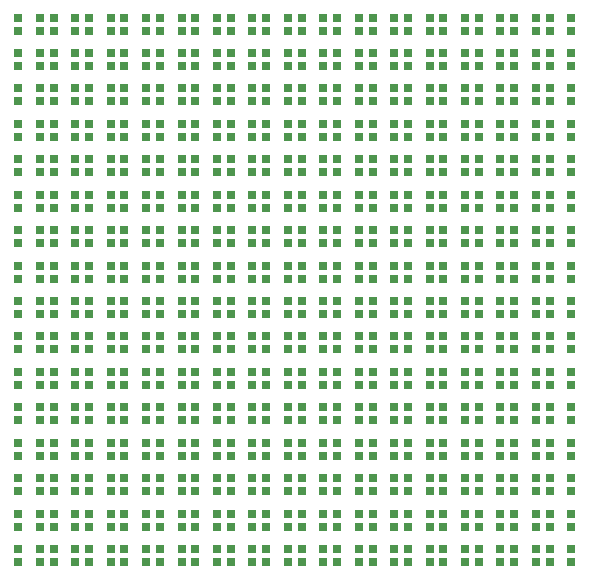
<source format=gbr>
%TF.GenerationSoftware,KiCad,Pcbnew,7.0.9*%
%TF.CreationDate,2024-04-10T17:12:19-05:00*%
%TF.ProjectId,Aniversario-PCBWAY,416e6976-6572-4736-9172-696f2d504342,rev?*%
%TF.SameCoordinates,Original*%
%TF.FileFunction,Paste,Top*%
%TF.FilePolarity,Positive*%
%FSLAX46Y46*%
G04 Gerber Fmt 4.6, Leading zero omitted, Abs format (unit mm)*
G04 Created by KiCad (PCBNEW 7.0.9) date 2024-04-10 17:12:19*
%MOMM*%
%LPD*%
G01*
G04 APERTURE LIST*
%ADD10R,0.700000X0.700000*%
G04 APERTURE END LIST*
D10*
%TO.C,D20*%
X78085000Y-53950000D03*
X78085000Y-55050000D03*
X79915000Y-55050000D03*
X79915000Y-53950000D03*
%TD*%
%TO.C,D122*%
X60085000Y-71950000D03*
X60085000Y-73050000D03*
X61915000Y-73050000D03*
X61915000Y-71950000D03*
%TD*%
%TO.C,D55*%
X69085000Y-59950000D03*
X69085000Y-61050000D03*
X70915000Y-61050000D03*
X70915000Y-59950000D03*
%TD*%
%TO.C,D141*%
X73915000Y-76050000D03*
X73915000Y-74950000D03*
X72085000Y-74950000D03*
X72085000Y-76050000D03*
%TD*%
%TO.C,D249*%
X63085000Y-95950000D03*
X63085000Y-97050000D03*
X64915000Y-97050000D03*
X64915000Y-95950000D03*
%TD*%
%TO.C,D116*%
X78085000Y-71950000D03*
X78085000Y-73050000D03*
X79915000Y-73050000D03*
X79915000Y-71950000D03*
%TD*%
%TO.C,D10*%
X64915000Y-52050000D03*
X64915000Y-50950000D03*
X63085000Y-50950000D03*
X63085000Y-52050000D03*
%TD*%
%TO.C,D194*%
X40915000Y-88050000D03*
X40915000Y-86950000D03*
X39085000Y-86950000D03*
X39085000Y-88050000D03*
%TD*%
%TO.C,D146*%
X84085000Y-77950000D03*
X84085000Y-79050000D03*
X85915000Y-79050000D03*
X85915000Y-77950000D03*
%TD*%
%TO.C,D95*%
X45085000Y-65950000D03*
X45085000Y-67050000D03*
X46915000Y-67050000D03*
X46915000Y-65950000D03*
%TD*%
%TO.C,D69*%
X49915000Y-64050000D03*
X49915000Y-62950000D03*
X48085000Y-62950000D03*
X48085000Y-64050000D03*
%TD*%
%TO.C,D232*%
X58915000Y-94050000D03*
X58915000Y-92950000D03*
X57085000Y-92950000D03*
X57085000Y-94050000D03*
%TD*%
%TO.C,D214*%
X72085000Y-89950000D03*
X72085000Y-91050000D03*
X73915000Y-91050000D03*
X73915000Y-89950000D03*
%TD*%
%TO.C,D9*%
X61915000Y-52050000D03*
X61915000Y-50950000D03*
X60085000Y-50950000D03*
X60085000Y-52050000D03*
%TD*%
%TO.C,D126*%
X48085000Y-71950000D03*
X48085000Y-73050000D03*
X49915000Y-73050000D03*
X49915000Y-71950000D03*
%TD*%
%TO.C,D183*%
X69085000Y-83950000D03*
X69085000Y-85050000D03*
X70915000Y-85050000D03*
X70915000Y-83950000D03*
%TD*%
%TO.C,D104*%
X58915000Y-70050000D03*
X58915000Y-68950000D03*
X57085000Y-68950000D03*
X57085000Y-70050000D03*
%TD*%
%TO.C,D189*%
X51085000Y-83950000D03*
X51085000Y-85050000D03*
X52915000Y-85050000D03*
X52915000Y-83950000D03*
%TD*%
%TO.C,D200*%
X58915000Y-88050000D03*
X58915000Y-86950000D03*
X57085000Y-86950000D03*
X57085000Y-88050000D03*
%TD*%
%TO.C,D113*%
X85915000Y-70050000D03*
X85915000Y-68950000D03*
X84085000Y-68950000D03*
X84085000Y-70050000D03*
%TD*%
%TO.C,D110*%
X76915000Y-70050000D03*
X76915000Y-68950000D03*
X75085000Y-68950000D03*
X75085000Y-70050000D03*
%TD*%
%TO.C,D168*%
X58915000Y-82050000D03*
X58915000Y-80950000D03*
X57085000Y-80950000D03*
X57085000Y-82050000D03*
%TD*%
%TO.C,D84*%
X78085000Y-65950000D03*
X78085000Y-67050000D03*
X79915000Y-67050000D03*
X79915000Y-65950000D03*
%TD*%
%TO.C,D36*%
X46915000Y-58050000D03*
X46915000Y-56950000D03*
X45085000Y-56950000D03*
X45085000Y-58050000D03*
%TD*%
%TO.C,D182*%
X72085000Y-83950000D03*
X72085000Y-85050000D03*
X73915000Y-85050000D03*
X73915000Y-83950000D03*
%TD*%
%TO.C,D206*%
X76915000Y-88050000D03*
X76915000Y-86950000D03*
X75085000Y-86950000D03*
X75085000Y-88050000D03*
%TD*%
%TO.C,D223*%
X45085000Y-89950000D03*
X45085000Y-91050000D03*
X46915000Y-91050000D03*
X46915000Y-89950000D03*
%TD*%
%TO.C,D218*%
X60085000Y-89950000D03*
X60085000Y-91050000D03*
X61915000Y-91050000D03*
X61915000Y-89950000D03*
%TD*%
%TO.C,D19*%
X81085000Y-53950000D03*
X81085000Y-55050000D03*
X82915000Y-55050000D03*
X82915000Y-53950000D03*
%TD*%
%TO.C,D93*%
X51085000Y-65950000D03*
X51085000Y-67050000D03*
X52915000Y-67050000D03*
X52915000Y-65950000D03*
%TD*%
%TO.C,D26*%
X60085000Y-53950000D03*
X60085000Y-55050000D03*
X61915000Y-55050000D03*
X61915000Y-53950000D03*
%TD*%
%TO.C,D34*%
X40915000Y-58050000D03*
X40915000Y-56950000D03*
X39085000Y-56950000D03*
X39085000Y-58050000D03*
%TD*%
%TO.C,D228*%
X46915000Y-94050000D03*
X46915000Y-92950000D03*
X45085000Y-92950000D03*
X45085000Y-94050000D03*
%TD*%
%TO.C,D88*%
X66085000Y-65950000D03*
X66085000Y-67050000D03*
X67915000Y-67050000D03*
X67915000Y-65950000D03*
%TD*%
%TO.C,D127*%
X45085000Y-71950000D03*
X45085000Y-73050000D03*
X46915000Y-73050000D03*
X46915000Y-71950000D03*
%TD*%
%TO.C,D193*%
X39085000Y-83950000D03*
X39085000Y-85050000D03*
X40915000Y-85050000D03*
X40915000Y-83950000D03*
%TD*%
%TO.C,D63*%
X45085000Y-59950000D03*
X45085000Y-61050000D03*
X46915000Y-61050000D03*
X46915000Y-59950000D03*
%TD*%
%TO.C,D118*%
X72085000Y-71950000D03*
X72085000Y-73050000D03*
X73915000Y-73050000D03*
X73915000Y-71950000D03*
%TD*%
%TO.C,D39*%
X55915000Y-58050000D03*
X55915000Y-56950000D03*
X54085000Y-56950000D03*
X54085000Y-58050000D03*
%TD*%
%TO.C,D173*%
X73915000Y-82050000D03*
X73915000Y-80950000D03*
X72085000Y-80950000D03*
X72085000Y-82050000D03*
%TD*%
%TO.C,D97*%
X39085000Y-65950000D03*
X39085000Y-67050000D03*
X40915000Y-67050000D03*
X40915000Y-65950000D03*
%TD*%
%TO.C,D238*%
X76915000Y-94050000D03*
X76915000Y-92950000D03*
X75085000Y-92950000D03*
X75085000Y-94050000D03*
%TD*%
%TO.C,D208*%
X82915000Y-88050000D03*
X82915000Y-86950000D03*
X81085000Y-86950000D03*
X81085000Y-88050000D03*
%TD*%
%TO.C,D99*%
X43915000Y-70050000D03*
X43915000Y-68950000D03*
X42085000Y-68950000D03*
X42085000Y-70050000D03*
%TD*%
%TO.C,D140*%
X70915000Y-76050000D03*
X70915000Y-74950000D03*
X69085000Y-74950000D03*
X69085000Y-76050000D03*
%TD*%
%TO.C,D237*%
X73915000Y-94050000D03*
X73915000Y-92950000D03*
X72085000Y-92950000D03*
X72085000Y-94050000D03*
%TD*%
%TO.C,D22*%
X72085000Y-53950000D03*
X72085000Y-55050000D03*
X73915000Y-55050000D03*
X73915000Y-53950000D03*
%TD*%
%TO.C,D14*%
X76915000Y-52050000D03*
X76915000Y-50950000D03*
X75085000Y-50950000D03*
X75085000Y-52050000D03*
%TD*%
%TO.C,D66*%
X40915000Y-64050000D03*
X40915000Y-62950000D03*
X39085000Y-62950000D03*
X39085000Y-64050000D03*
%TD*%
%TO.C,D248*%
X66085000Y-95950000D03*
X66085000Y-97050000D03*
X67915000Y-97050000D03*
X67915000Y-95950000D03*
%TD*%
%TO.C,D103*%
X55915000Y-70050000D03*
X55915000Y-68950000D03*
X54085000Y-68950000D03*
X54085000Y-70050000D03*
%TD*%
%TO.C,D158*%
X48085000Y-77950000D03*
X48085000Y-79050000D03*
X49915000Y-79050000D03*
X49915000Y-77950000D03*
%TD*%
%TO.C,D230*%
X52915000Y-94050000D03*
X52915000Y-92950000D03*
X51085000Y-92950000D03*
X51085000Y-94050000D03*
%TD*%
%TO.C,D96*%
X42085000Y-65950000D03*
X42085000Y-67050000D03*
X43915000Y-67050000D03*
X43915000Y-65950000D03*
%TD*%
%TO.C,D138*%
X64915000Y-76050000D03*
X64915000Y-74950000D03*
X63085000Y-74950000D03*
X63085000Y-76050000D03*
%TD*%
%TO.C,D44*%
X70915000Y-58050000D03*
X70915000Y-56950000D03*
X69085000Y-56950000D03*
X69085000Y-58050000D03*
%TD*%
%TO.C,D251*%
X57085000Y-95950000D03*
X57085000Y-97050000D03*
X58915000Y-97050000D03*
X58915000Y-95950000D03*
%TD*%
%TO.C,D142*%
X76915000Y-76050000D03*
X76915000Y-74950000D03*
X75085000Y-74950000D03*
X75085000Y-76050000D03*
%TD*%
%TO.C,D257*%
X39085000Y-95950000D03*
X39085000Y-97050000D03*
X40915000Y-97050000D03*
X40915000Y-95950000D03*
%TD*%
%TO.C,D145*%
X85915000Y-76050000D03*
X85915000Y-74950000D03*
X84085000Y-74950000D03*
X84085000Y-76050000D03*
%TD*%
%TO.C,D137*%
X61915000Y-76050000D03*
X61915000Y-74950000D03*
X60085000Y-74950000D03*
X60085000Y-76050000D03*
%TD*%
%TO.C,D192*%
X42085000Y-83950000D03*
X42085000Y-85050000D03*
X43915000Y-85050000D03*
X43915000Y-83950000D03*
%TD*%
%TO.C,D8*%
X58915000Y-52050000D03*
X58915000Y-50950000D03*
X57085000Y-50950000D03*
X57085000Y-52050000D03*
%TD*%
%TO.C,D37*%
X49915000Y-58050000D03*
X49915000Y-56950000D03*
X48085000Y-56950000D03*
X48085000Y-58050000D03*
%TD*%
%TO.C,D87*%
X69085000Y-65950000D03*
X69085000Y-67050000D03*
X70915000Y-67050000D03*
X70915000Y-65950000D03*
%TD*%
%TO.C,D225*%
X39085000Y-89950000D03*
X39085000Y-91050000D03*
X40915000Y-91050000D03*
X40915000Y-89950000D03*
%TD*%
%TO.C,D80*%
X82915000Y-64050000D03*
X82915000Y-62950000D03*
X81085000Y-62950000D03*
X81085000Y-64050000D03*
%TD*%
%TO.C,D106*%
X64915000Y-70050000D03*
X64915000Y-68950000D03*
X63085000Y-68950000D03*
X63085000Y-70050000D03*
%TD*%
%TO.C,D152*%
X66085000Y-77950000D03*
X66085000Y-79050000D03*
X67915000Y-79050000D03*
X67915000Y-77950000D03*
%TD*%
%TO.C,D17*%
X85915000Y-52050000D03*
X85915000Y-50950000D03*
X84085000Y-50950000D03*
X84085000Y-52050000D03*
%TD*%
%TO.C,D163*%
X43915000Y-82050000D03*
X43915000Y-80950000D03*
X42085000Y-80950000D03*
X42085000Y-82050000D03*
%TD*%
%TO.C,D111*%
X79915000Y-70050000D03*
X79915000Y-68950000D03*
X78085000Y-68950000D03*
X78085000Y-70050000D03*
%TD*%
%TO.C,D27*%
X57085000Y-53950000D03*
X57085000Y-55050000D03*
X58915000Y-55050000D03*
X58915000Y-53950000D03*
%TD*%
%TO.C,D169*%
X61915000Y-82050000D03*
X61915000Y-80950000D03*
X60085000Y-80950000D03*
X60085000Y-82050000D03*
%TD*%
%TO.C,D190*%
X48085000Y-83950000D03*
X48085000Y-85050000D03*
X49915000Y-85050000D03*
X49915000Y-83950000D03*
%TD*%
%TO.C,D219*%
X57085000Y-89950000D03*
X57085000Y-91050000D03*
X58915000Y-91050000D03*
X58915000Y-89950000D03*
%TD*%
%TO.C,D165*%
X49915000Y-82050000D03*
X49915000Y-80950000D03*
X48085000Y-80950000D03*
X48085000Y-82050000D03*
%TD*%
%TO.C,D178*%
X84085000Y-83950000D03*
X84085000Y-85050000D03*
X85915000Y-85050000D03*
X85915000Y-83950000D03*
%TD*%
%TO.C,D78*%
X76915000Y-64050000D03*
X76915000Y-62950000D03*
X75085000Y-62950000D03*
X75085000Y-64050000D03*
%TD*%
%TO.C,D129*%
X39085000Y-71950000D03*
X39085000Y-73050000D03*
X40915000Y-73050000D03*
X40915000Y-71950000D03*
%TD*%
%TO.C,D245*%
X75085000Y-95950000D03*
X75085000Y-97050000D03*
X76915000Y-97050000D03*
X76915000Y-95950000D03*
%TD*%
%TO.C,D58*%
X60085000Y-59950000D03*
X60085000Y-61050000D03*
X61915000Y-61050000D03*
X61915000Y-59950000D03*
%TD*%
%TO.C,D89*%
X63085000Y-65950000D03*
X63085000Y-67050000D03*
X64915000Y-67050000D03*
X64915000Y-65950000D03*
%TD*%
%TO.C,D2*%
X40915000Y-52050000D03*
X40915000Y-50950000D03*
X39085000Y-50950000D03*
X39085000Y-52050000D03*
%TD*%
%TO.C,D155*%
X57085000Y-77950000D03*
X57085000Y-79050000D03*
X58915000Y-79050000D03*
X58915000Y-77950000D03*
%TD*%
%TO.C,D121*%
X63085000Y-71950000D03*
X63085000Y-73050000D03*
X64915000Y-73050000D03*
X64915000Y-71950000D03*
%TD*%
%TO.C,D170*%
X64915000Y-82050000D03*
X64915000Y-80950000D03*
X63085000Y-80950000D03*
X63085000Y-82050000D03*
%TD*%
%TO.C,D176*%
X82915000Y-82050000D03*
X82915000Y-80950000D03*
X81085000Y-80950000D03*
X81085000Y-82050000D03*
%TD*%
%TO.C,D101*%
X49915000Y-70050000D03*
X49915000Y-68950000D03*
X48085000Y-68950000D03*
X48085000Y-70050000D03*
%TD*%
%TO.C,D25*%
X63085000Y-53950000D03*
X63085000Y-55050000D03*
X64915000Y-55050000D03*
X64915000Y-53950000D03*
%TD*%
%TO.C,D222*%
X48085000Y-89950000D03*
X48085000Y-91050000D03*
X49915000Y-91050000D03*
X49915000Y-89950000D03*
%TD*%
%TO.C,D156*%
X54085000Y-77950000D03*
X54085000Y-79050000D03*
X55915000Y-79050000D03*
X55915000Y-77950000D03*
%TD*%
%TO.C,D11*%
X67915000Y-52050000D03*
X67915000Y-50950000D03*
X66085000Y-50950000D03*
X66085000Y-52050000D03*
%TD*%
%TO.C,D186*%
X60085000Y-83950000D03*
X60085000Y-85050000D03*
X61915000Y-85050000D03*
X61915000Y-83950000D03*
%TD*%
%TO.C,D224*%
X42085000Y-89950000D03*
X42085000Y-91050000D03*
X43915000Y-91050000D03*
X43915000Y-89950000D03*
%TD*%
%TO.C,D74*%
X64915000Y-64050000D03*
X64915000Y-62950000D03*
X63085000Y-62950000D03*
X63085000Y-64050000D03*
%TD*%
%TO.C,D35*%
X43915000Y-58050000D03*
X43915000Y-56950000D03*
X42085000Y-56950000D03*
X42085000Y-58050000D03*
%TD*%
%TO.C,D212*%
X78085000Y-89950000D03*
X78085000Y-91050000D03*
X79915000Y-91050000D03*
X79915000Y-89950000D03*
%TD*%
%TO.C,D233*%
X61915000Y-94050000D03*
X61915000Y-92950000D03*
X60085000Y-92950000D03*
X60085000Y-94050000D03*
%TD*%
%TO.C,D191*%
X45085000Y-83950000D03*
X45085000Y-85050000D03*
X46915000Y-85050000D03*
X46915000Y-83950000D03*
%TD*%
%TO.C,D100*%
X46915000Y-70050000D03*
X46915000Y-68950000D03*
X45085000Y-68950000D03*
X45085000Y-70050000D03*
%TD*%
%TO.C,D181*%
X75085000Y-83950000D03*
X75085000Y-85050000D03*
X76915000Y-85050000D03*
X76915000Y-83950000D03*
%TD*%
%TO.C,D91*%
X57085000Y-65950000D03*
X57085000Y-67050000D03*
X58915000Y-67050000D03*
X58915000Y-65950000D03*
%TD*%
%TO.C,D204*%
X70915000Y-88050000D03*
X70915000Y-86950000D03*
X69085000Y-86950000D03*
X69085000Y-88050000D03*
%TD*%
%TO.C,D159*%
X45085000Y-77950000D03*
X45085000Y-79050000D03*
X46915000Y-79050000D03*
X46915000Y-77950000D03*
%TD*%
%TO.C,D109*%
X73915000Y-70050000D03*
X73915000Y-68950000D03*
X72085000Y-68950000D03*
X72085000Y-70050000D03*
%TD*%
%TO.C,D195*%
X43915000Y-88050000D03*
X43915000Y-86950000D03*
X42085000Y-86950000D03*
X42085000Y-88050000D03*
%TD*%
%TO.C,D43*%
X67915000Y-58050000D03*
X67915000Y-56950000D03*
X66085000Y-56950000D03*
X66085000Y-58050000D03*
%TD*%
%TO.C,D234*%
X64915000Y-94050000D03*
X64915000Y-92950000D03*
X63085000Y-92950000D03*
X63085000Y-94050000D03*
%TD*%
%TO.C,D161*%
X39085000Y-77950000D03*
X39085000Y-79050000D03*
X40915000Y-79050000D03*
X40915000Y-77950000D03*
%TD*%
%TO.C,D207*%
X79915000Y-88050000D03*
X79915000Y-86950000D03*
X78085000Y-86950000D03*
X78085000Y-88050000D03*
%TD*%
%TO.C,D247*%
X69085000Y-95950000D03*
X69085000Y-97050000D03*
X70915000Y-97050000D03*
X70915000Y-95950000D03*
%TD*%
%TO.C,D115*%
X81085000Y-71950000D03*
X81085000Y-73050000D03*
X82915000Y-73050000D03*
X82915000Y-71950000D03*
%TD*%
%TO.C,D60*%
X54085000Y-59950000D03*
X54085000Y-61050000D03*
X55915000Y-61050000D03*
X55915000Y-59950000D03*
%TD*%
%TO.C,D184*%
X66085000Y-83950000D03*
X66085000Y-85050000D03*
X67915000Y-85050000D03*
X67915000Y-83950000D03*
%TD*%
%TO.C,D143*%
X79915000Y-76050000D03*
X79915000Y-74950000D03*
X78085000Y-74950000D03*
X78085000Y-76050000D03*
%TD*%
%TO.C,D133*%
X49915000Y-76050000D03*
X49915000Y-74950000D03*
X48085000Y-74950000D03*
X48085000Y-76050000D03*
%TD*%
%TO.C,D125*%
X51085000Y-71950000D03*
X51085000Y-73050000D03*
X52915000Y-73050000D03*
X52915000Y-71950000D03*
%TD*%
%TO.C,D107*%
X67915000Y-70050000D03*
X67915000Y-68950000D03*
X66085000Y-68950000D03*
X66085000Y-70050000D03*
%TD*%
%TO.C,D51*%
X81085000Y-59950000D03*
X81085000Y-61050000D03*
X82915000Y-61050000D03*
X82915000Y-59950000D03*
%TD*%
%TO.C,D213*%
X75085000Y-89950000D03*
X75085000Y-91050000D03*
X76915000Y-91050000D03*
X76915000Y-89950000D03*
%TD*%
%TO.C,D240*%
X82915000Y-94050000D03*
X82915000Y-92950000D03*
X81085000Y-92950000D03*
X81085000Y-94050000D03*
%TD*%
%TO.C,D239*%
X79915000Y-94050000D03*
X79915000Y-92950000D03*
X78085000Y-92950000D03*
X78085000Y-94050000D03*
%TD*%
%TO.C,D215*%
X69085000Y-89950000D03*
X69085000Y-91050000D03*
X70915000Y-91050000D03*
X70915000Y-89950000D03*
%TD*%
%TO.C,D220*%
X54085000Y-89950000D03*
X54085000Y-91050000D03*
X55915000Y-91050000D03*
X55915000Y-89950000D03*
%TD*%
%TO.C,D164*%
X46915000Y-82050000D03*
X46915000Y-80950000D03*
X45085000Y-80950000D03*
X45085000Y-82050000D03*
%TD*%
%TO.C,D216*%
X66085000Y-89950000D03*
X66085000Y-91050000D03*
X67915000Y-91050000D03*
X67915000Y-89950000D03*
%TD*%
%TO.C,D205*%
X73915000Y-88050000D03*
X73915000Y-86950000D03*
X72085000Y-86950000D03*
X72085000Y-88050000D03*
%TD*%
%TO.C,D83*%
X81085000Y-65950000D03*
X81085000Y-67050000D03*
X82915000Y-67050000D03*
X82915000Y-65950000D03*
%TD*%
%TO.C,D250*%
X60085000Y-95950000D03*
X60085000Y-97050000D03*
X61915000Y-97050000D03*
X61915000Y-95950000D03*
%TD*%
%TO.C,D256*%
X42085000Y-95950000D03*
X42085000Y-97050000D03*
X43915000Y-97050000D03*
X43915000Y-95950000D03*
%TD*%
%TO.C,D179*%
X81085000Y-83950000D03*
X81085000Y-85050000D03*
X82915000Y-85050000D03*
X82915000Y-83950000D03*
%TD*%
%TO.C,D139*%
X67915000Y-76050000D03*
X67915000Y-74950000D03*
X66085000Y-74950000D03*
X66085000Y-76050000D03*
%TD*%
%TO.C,D86*%
X72085000Y-65950000D03*
X72085000Y-67050000D03*
X73915000Y-67050000D03*
X73915000Y-65950000D03*
%TD*%
%TO.C,D244*%
X78085000Y-95950000D03*
X78085000Y-97050000D03*
X79915000Y-97050000D03*
X79915000Y-95950000D03*
%TD*%
%TO.C,D13*%
X73915000Y-52050000D03*
X73915000Y-50950000D03*
X72085000Y-50950000D03*
X72085000Y-52050000D03*
%TD*%
%TO.C,D253*%
X51085000Y-95950000D03*
X51085000Y-97050000D03*
X52915000Y-97050000D03*
X52915000Y-95950000D03*
%TD*%
%TO.C,D108*%
X70915000Y-70050000D03*
X70915000Y-68950000D03*
X69085000Y-68950000D03*
X69085000Y-70050000D03*
%TD*%
%TO.C,D217*%
X63085000Y-89950000D03*
X63085000Y-91050000D03*
X64915000Y-91050000D03*
X64915000Y-89950000D03*
%TD*%
%TO.C,D75*%
X67915000Y-64050000D03*
X67915000Y-62950000D03*
X66085000Y-62950000D03*
X66085000Y-64050000D03*
%TD*%
%TO.C,D231*%
X55915000Y-94050000D03*
X55915000Y-92950000D03*
X54085000Y-92950000D03*
X54085000Y-94050000D03*
%TD*%
%TO.C,D90*%
X60085000Y-65950000D03*
X60085000Y-67050000D03*
X61915000Y-67050000D03*
X61915000Y-65950000D03*
%TD*%
%TO.C,D150*%
X72085000Y-77950000D03*
X72085000Y-79050000D03*
X73915000Y-79050000D03*
X73915000Y-77950000D03*
%TD*%
%TO.C,D123*%
X57085000Y-71950000D03*
X57085000Y-73050000D03*
X58915000Y-73050000D03*
X58915000Y-71950000D03*
%TD*%
%TO.C,D42*%
X64915000Y-58050000D03*
X64915000Y-56950000D03*
X63085000Y-56950000D03*
X63085000Y-58050000D03*
%TD*%
%TO.C,D24*%
X66085000Y-53950000D03*
X66085000Y-55050000D03*
X67915000Y-55050000D03*
X67915000Y-53950000D03*
%TD*%
%TO.C,D49*%
X85915000Y-58050000D03*
X85915000Y-56950000D03*
X84085000Y-56950000D03*
X84085000Y-58050000D03*
%TD*%
%TO.C,D64*%
X42085000Y-59950000D03*
X42085000Y-61050000D03*
X43915000Y-61050000D03*
X43915000Y-59950000D03*
%TD*%
%TO.C,D31*%
X45085000Y-53950000D03*
X45085000Y-55050000D03*
X46915000Y-55050000D03*
X46915000Y-53950000D03*
%TD*%
%TO.C,D73*%
X61915000Y-64050000D03*
X61915000Y-62950000D03*
X60085000Y-62950000D03*
X60085000Y-64050000D03*
%TD*%
%TO.C,D153*%
X63085000Y-77950000D03*
X63085000Y-79050000D03*
X64915000Y-79050000D03*
X64915000Y-77950000D03*
%TD*%
%TO.C,D210*%
X84085000Y-89950000D03*
X84085000Y-91050000D03*
X85915000Y-91050000D03*
X85915000Y-89950000D03*
%TD*%
%TO.C,D209*%
X85915000Y-88050000D03*
X85915000Y-86950000D03*
X84085000Y-86950000D03*
X84085000Y-88050000D03*
%TD*%
%TO.C,D77*%
X73915000Y-64050000D03*
X73915000Y-62950000D03*
X72085000Y-62950000D03*
X72085000Y-64050000D03*
%TD*%
%TO.C,D221*%
X51085000Y-89950000D03*
X51085000Y-91050000D03*
X52915000Y-91050000D03*
X52915000Y-89950000D03*
%TD*%
%TO.C,D197*%
X49915000Y-88050000D03*
X49915000Y-86950000D03*
X48085000Y-86950000D03*
X48085000Y-88050000D03*
%TD*%
%TO.C,D45*%
X73915000Y-58050000D03*
X73915000Y-56950000D03*
X72085000Y-56950000D03*
X72085000Y-58050000D03*
%TD*%
%TO.C,D180*%
X78085000Y-83950000D03*
X78085000Y-85050000D03*
X79915000Y-85050000D03*
X79915000Y-83950000D03*
%TD*%
%TO.C,D38*%
X52915000Y-58050000D03*
X52915000Y-56950000D03*
X51085000Y-56950000D03*
X51085000Y-58050000D03*
%TD*%
%TO.C,D112*%
X82915000Y-70050000D03*
X82915000Y-68950000D03*
X81085000Y-68950000D03*
X81085000Y-70050000D03*
%TD*%
%TO.C,D94*%
X48085000Y-65950000D03*
X48085000Y-67050000D03*
X49915000Y-67050000D03*
X49915000Y-65950000D03*
%TD*%
%TO.C,D160*%
X42085000Y-77950000D03*
X42085000Y-79050000D03*
X43915000Y-79050000D03*
X43915000Y-77950000D03*
%TD*%
%TO.C,D7*%
X55915000Y-52050000D03*
X55915000Y-50950000D03*
X54085000Y-50950000D03*
X54085000Y-52050000D03*
%TD*%
%TO.C,D175*%
X79915000Y-82050000D03*
X79915000Y-80950000D03*
X78085000Y-80950000D03*
X78085000Y-82050000D03*
%TD*%
%TO.C,D185*%
X63085000Y-83950000D03*
X63085000Y-85050000D03*
X64915000Y-85050000D03*
X64915000Y-83950000D03*
%TD*%
%TO.C,D23*%
X69085000Y-53950000D03*
X69085000Y-55050000D03*
X70915000Y-55050000D03*
X70915000Y-53950000D03*
%TD*%
%TO.C,D241*%
X85915000Y-94050000D03*
X85915000Y-92950000D03*
X84085000Y-92950000D03*
X84085000Y-94050000D03*
%TD*%
%TO.C,D40*%
X58915000Y-58050000D03*
X58915000Y-56950000D03*
X57085000Y-56950000D03*
X57085000Y-58050000D03*
%TD*%
%TO.C,D61*%
X51085000Y-59950000D03*
X51085000Y-61050000D03*
X52915000Y-61050000D03*
X52915000Y-59950000D03*
%TD*%
%TO.C,D72*%
X58915000Y-64050000D03*
X58915000Y-62950000D03*
X57085000Y-62950000D03*
X57085000Y-64050000D03*
%TD*%
%TO.C,D67*%
X43915000Y-64050000D03*
X43915000Y-62950000D03*
X42085000Y-62950000D03*
X42085000Y-64050000D03*
%TD*%
%TO.C,D62*%
X48085000Y-59950000D03*
X48085000Y-61050000D03*
X49915000Y-61050000D03*
X49915000Y-59950000D03*
%TD*%
%TO.C,D201*%
X61915000Y-88050000D03*
X61915000Y-86950000D03*
X60085000Y-86950000D03*
X60085000Y-88050000D03*
%TD*%
%TO.C,D188*%
X54085000Y-83950000D03*
X54085000Y-85050000D03*
X55915000Y-85050000D03*
X55915000Y-83950000D03*
%TD*%
%TO.C,D33*%
X39085000Y-53950000D03*
X39085000Y-55050000D03*
X40915000Y-55050000D03*
X40915000Y-53950000D03*
%TD*%
%TO.C,D167*%
X55915000Y-82050000D03*
X55915000Y-80950000D03*
X54085000Y-80950000D03*
X54085000Y-82050000D03*
%TD*%
%TO.C,D131*%
X43915000Y-76050000D03*
X43915000Y-74950000D03*
X42085000Y-74950000D03*
X42085000Y-76050000D03*
%TD*%
%TO.C,D79*%
X79915000Y-64050000D03*
X79915000Y-62950000D03*
X78085000Y-62950000D03*
X78085000Y-64050000D03*
%TD*%
%TO.C,D254*%
X48085000Y-95950000D03*
X48085000Y-97050000D03*
X49915000Y-97050000D03*
X49915000Y-95950000D03*
%TD*%
%TO.C,D242*%
X84085000Y-95950000D03*
X84085000Y-97050000D03*
X85915000Y-97050000D03*
X85915000Y-95950000D03*
%TD*%
%TO.C,D243*%
X81085000Y-95950000D03*
X81085000Y-97050000D03*
X82915000Y-97050000D03*
X82915000Y-95950000D03*
%TD*%
%TO.C,D149*%
X75085000Y-77950000D03*
X75085000Y-79050000D03*
X76915000Y-79050000D03*
X76915000Y-77950000D03*
%TD*%
%TO.C,D203*%
X67915000Y-88050000D03*
X67915000Y-86950000D03*
X66085000Y-86950000D03*
X66085000Y-88050000D03*
%TD*%
%TO.C,D148*%
X78085000Y-77950000D03*
X78085000Y-79050000D03*
X79915000Y-79050000D03*
X79915000Y-77950000D03*
%TD*%
%TO.C,D252*%
X54085000Y-95950000D03*
X54085000Y-97050000D03*
X55915000Y-97050000D03*
X55915000Y-95950000D03*
%TD*%
%TO.C,D196*%
X46915000Y-88050000D03*
X46915000Y-86950000D03*
X45085000Y-86950000D03*
X45085000Y-88050000D03*
%TD*%
%TO.C,D52*%
X78085000Y-59950000D03*
X78085000Y-61050000D03*
X79915000Y-61050000D03*
X79915000Y-59950000D03*
%TD*%
%TO.C,D255*%
X45085000Y-95950000D03*
X45085000Y-97050000D03*
X46915000Y-97050000D03*
X46915000Y-95950000D03*
%TD*%
%TO.C,D187*%
X57085000Y-83950000D03*
X57085000Y-85050000D03*
X58915000Y-85050000D03*
X58915000Y-83950000D03*
%TD*%
%TO.C,D229*%
X49915000Y-94050000D03*
X49915000Y-92950000D03*
X48085000Y-92950000D03*
X48085000Y-94050000D03*
%TD*%
%TO.C,D157*%
X51085000Y-77950000D03*
X51085000Y-79050000D03*
X52915000Y-79050000D03*
X52915000Y-77950000D03*
%TD*%
%TO.C,D50*%
X84085000Y-59950000D03*
X84085000Y-61050000D03*
X85915000Y-61050000D03*
X85915000Y-59950000D03*
%TD*%
%TO.C,D46*%
X76915000Y-58050000D03*
X76915000Y-56950000D03*
X75085000Y-56950000D03*
X75085000Y-58050000D03*
%TD*%
%TO.C,D54*%
X72085000Y-59950000D03*
X72085000Y-61050000D03*
X73915000Y-61050000D03*
X73915000Y-59950000D03*
%TD*%
%TO.C,D15*%
X79915000Y-52050000D03*
X79915000Y-50950000D03*
X78085000Y-50950000D03*
X78085000Y-52050000D03*
%TD*%
%TO.C,D41*%
X61915000Y-58050000D03*
X61915000Y-56950000D03*
X60085000Y-56950000D03*
X60085000Y-58050000D03*
%TD*%
%TO.C,D199*%
X55915000Y-88050000D03*
X55915000Y-86950000D03*
X54085000Y-86950000D03*
X54085000Y-88050000D03*
%TD*%
%TO.C,D128*%
X42085000Y-71950000D03*
X42085000Y-73050000D03*
X43915000Y-73050000D03*
X43915000Y-71950000D03*
%TD*%
%TO.C,D32*%
X42085000Y-53950000D03*
X42085000Y-55050000D03*
X43915000Y-55050000D03*
X43915000Y-53950000D03*
%TD*%
%TO.C,D47*%
X79915000Y-58050000D03*
X79915000Y-56950000D03*
X78085000Y-56950000D03*
X78085000Y-58050000D03*
%TD*%
%TO.C,D29*%
X51085000Y-53950000D03*
X51085000Y-55050000D03*
X52915000Y-55050000D03*
X52915000Y-53950000D03*
%TD*%
%TO.C,D154*%
X60085000Y-77950000D03*
X60085000Y-79050000D03*
X61915000Y-79050000D03*
X61915000Y-77950000D03*
%TD*%
%TO.C,D102*%
X52915000Y-70050000D03*
X52915000Y-68950000D03*
X51085000Y-68950000D03*
X51085000Y-70050000D03*
%TD*%
%TO.C,D30*%
X48085000Y-53950000D03*
X48085000Y-55050000D03*
X49915000Y-55050000D03*
X49915000Y-53950000D03*
%TD*%
%TO.C,D12*%
X70915000Y-52050000D03*
X70915000Y-50950000D03*
X69085000Y-50950000D03*
X69085000Y-52050000D03*
%TD*%
%TO.C,D177*%
X85915000Y-82050000D03*
X85915000Y-80950000D03*
X84085000Y-80950000D03*
X84085000Y-82050000D03*
%TD*%
%TO.C,D235*%
X67915000Y-94050000D03*
X67915000Y-92950000D03*
X66085000Y-92950000D03*
X66085000Y-94050000D03*
%TD*%
%TO.C,D57*%
X63085000Y-59950000D03*
X63085000Y-61050000D03*
X64915000Y-61050000D03*
X64915000Y-59950000D03*
%TD*%
%TO.C,D48*%
X82915000Y-58050000D03*
X82915000Y-56950000D03*
X81085000Y-56950000D03*
X81085000Y-58050000D03*
%TD*%
%TO.C,D174*%
X76915000Y-82050000D03*
X76915000Y-80950000D03*
X75085000Y-80950000D03*
X75085000Y-82050000D03*
%TD*%
%TO.C,D68*%
X46915000Y-64050000D03*
X46915000Y-62950000D03*
X45085000Y-62950000D03*
X45085000Y-64050000D03*
%TD*%
%TO.C,D134*%
X52915000Y-76050000D03*
X52915000Y-74950000D03*
X51085000Y-74950000D03*
X51085000Y-76050000D03*
%TD*%
%TO.C,D98*%
X40915000Y-70050000D03*
X40915000Y-68950000D03*
X39085000Y-68950000D03*
X39085000Y-70050000D03*
%TD*%
%TO.C,D226*%
X40915000Y-94050000D03*
X40915000Y-92950000D03*
X39085000Y-92950000D03*
X39085000Y-94050000D03*
%TD*%
%TO.C,D227*%
X43915000Y-94050000D03*
X43915000Y-92950000D03*
X42085000Y-92950000D03*
X42085000Y-94050000D03*
%TD*%
%TO.C,D135*%
X55915000Y-76050000D03*
X55915000Y-74950000D03*
X54085000Y-74950000D03*
X54085000Y-76050000D03*
%TD*%
%TO.C,D4*%
X46915000Y-52050000D03*
X46915000Y-50950000D03*
X45085000Y-50950000D03*
X45085000Y-52050000D03*
%TD*%
%TO.C,D16*%
X82915000Y-52050000D03*
X82915000Y-50950000D03*
X81085000Y-50950000D03*
X81085000Y-52050000D03*
%TD*%
%TO.C,D53*%
X75085000Y-59950000D03*
X75085000Y-61050000D03*
X76915000Y-61050000D03*
X76915000Y-59950000D03*
%TD*%
%TO.C,D92*%
X54085000Y-65950000D03*
X54085000Y-67050000D03*
X55915000Y-67050000D03*
X55915000Y-65950000D03*
%TD*%
%TO.C,D21*%
X75085000Y-53950000D03*
X75085000Y-55050000D03*
X76915000Y-55050000D03*
X76915000Y-53950000D03*
%TD*%
%TO.C,D71*%
X55915000Y-64050000D03*
X55915000Y-62950000D03*
X54085000Y-62950000D03*
X54085000Y-64050000D03*
%TD*%
%TO.C,D236*%
X70915000Y-94050000D03*
X70915000Y-92950000D03*
X69085000Y-92950000D03*
X69085000Y-94050000D03*
%TD*%
%TO.C,D6*%
X52915000Y-52050000D03*
X52915000Y-50950000D03*
X51085000Y-50950000D03*
X51085000Y-52050000D03*
%TD*%
%TO.C,D166*%
X52915000Y-82050000D03*
X52915000Y-80950000D03*
X51085000Y-80950000D03*
X51085000Y-82050000D03*
%TD*%
%TO.C,D59*%
X57085000Y-59950000D03*
X57085000Y-61050000D03*
X58915000Y-61050000D03*
X58915000Y-59950000D03*
%TD*%
%TO.C,D85*%
X75085000Y-65950000D03*
X75085000Y-67050000D03*
X76915000Y-67050000D03*
X76915000Y-65950000D03*
%TD*%
%TO.C,D172*%
X70915000Y-82050000D03*
X70915000Y-80950000D03*
X69085000Y-80950000D03*
X69085000Y-82050000D03*
%TD*%
%TO.C,D105*%
X61915000Y-70050000D03*
X61915000Y-68950000D03*
X60085000Y-68950000D03*
X60085000Y-70050000D03*
%TD*%
%TO.C,D136*%
X58915000Y-76050000D03*
X58915000Y-74950000D03*
X57085000Y-74950000D03*
X57085000Y-76050000D03*
%TD*%
%TO.C,D124*%
X54085000Y-71950000D03*
X54085000Y-73050000D03*
X55915000Y-73050000D03*
X55915000Y-71950000D03*
%TD*%
%TO.C,D147*%
X81085000Y-77950000D03*
X81085000Y-79050000D03*
X82915000Y-79050000D03*
X82915000Y-77950000D03*
%TD*%
%TO.C,D198*%
X52915000Y-88050000D03*
X52915000Y-86950000D03*
X51085000Y-86950000D03*
X51085000Y-88050000D03*
%TD*%
%TO.C,D117*%
X75085000Y-71950000D03*
X75085000Y-73050000D03*
X76915000Y-73050000D03*
X76915000Y-71950000D03*
%TD*%
%TO.C,D132*%
X46915000Y-76050000D03*
X46915000Y-74950000D03*
X45085000Y-74950000D03*
X45085000Y-76050000D03*
%TD*%
%TO.C,D3*%
X43915000Y-52050000D03*
X43915000Y-50950000D03*
X42085000Y-50950000D03*
X42085000Y-52050000D03*
%TD*%
%TO.C,D70*%
X52915000Y-64050000D03*
X52915000Y-62950000D03*
X51085000Y-62950000D03*
X51085000Y-64050000D03*
%TD*%
%TO.C,D114*%
X84085000Y-71950000D03*
X84085000Y-73050000D03*
X85915000Y-73050000D03*
X85915000Y-71950000D03*
%TD*%
%TO.C,D130*%
X40915000Y-76050000D03*
X40915000Y-74950000D03*
X39085000Y-74950000D03*
X39085000Y-76050000D03*
%TD*%
%TO.C,D246*%
X72085000Y-95950000D03*
X72085000Y-97050000D03*
X73915000Y-97050000D03*
X73915000Y-95950000D03*
%TD*%
%TO.C,D202*%
X64915000Y-88050000D03*
X64915000Y-86950000D03*
X63085000Y-86950000D03*
X63085000Y-88050000D03*
%TD*%
%TO.C,D82*%
X84085000Y-65950000D03*
X84085000Y-67050000D03*
X85915000Y-67050000D03*
X85915000Y-65950000D03*
%TD*%
%TO.C,D211*%
X81085000Y-89950000D03*
X81085000Y-91050000D03*
X82915000Y-91050000D03*
X82915000Y-89950000D03*
%TD*%
%TO.C,D81*%
X85915000Y-64050000D03*
X85915000Y-62950000D03*
X84085000Y-62950000D03*
X84085000Y-64050000D03*
%TD*%
%TO.C,D171*%
X67915000Y-82050000D03*
X67915000Y-80950000D03*
X66085000Y-80950000D03*
X66085000Y-82050000D03*
%TD*%
%TO.C,D65*%
X39085000Y-59950000D03*
X39085000Y-61050000D03*
X40915000Y-61050000D03*
X40915000Y-59950000D03*
%TD*%
%TO.C,D5*%
X49915000Y-52050000D03*
X49915000Y-50950000D03*
X48085000Y-50950000D03*
X48085000Y-52050000D03*
%TD*%
%TO.C,D18*%
X84085000Y-53950000D03*
X84085000Y-55050000D03*
X85915000Y-55050000D03*
X85915000Y-53950000D03*
%TD*%
%TO.C,D151*%
X69085000Y-77950000D03*
X69085000Y-79050000D03*
X70915000Y-79050000D03*
X70915000Y-77950000D03*
%TD*%
%TO.C,D76*%
X70915000Y-64050000D03*
X70915000Y-62950000D03*
X69085000Y-62950000D03*
X69085000Y-64050000D03*
%TD*%
%TO.C,D120*%
X66085000Y-71950000D03*
X66085000Y-73050000D03*
X67915000Y-73050000D03*
X67915000Y-71950000D03*
%TD*%
%TO.C,D56*%
X66085000Y-59950000D03*
X66085000Y-61050000D03*
X67915000Y-61050000D03*
X67915000Y-59950000D03*
%TD*%
%TO.C,D144*%
X82915000Y-76050000D03*
X82915000Y-74950000D03*
X81085000Y-74950000D03*
X81085000Y-76050000D03*
%TD*%
%TO.C,D162*%
X40915000Y-82050000D03*
X40915000Y-80950000D03*
X39085000Y-80950000D03*
X39085000Y-82050000D03*
%TD*%
%TO.C,D28*%
X54085000Y-53950000D03*
X54085000Y-55050000D03*
X55915000Y-55050000D03*
X55915000Y-53950000D03*
%TD*%
%TO.C,D119*%
X69085000Y-71950000D03*
X69085000Y-73050000D03*
X70915000Y-73050000D03*
X70915000Y-71950000D03*
%TD*%
M02*

</source>
